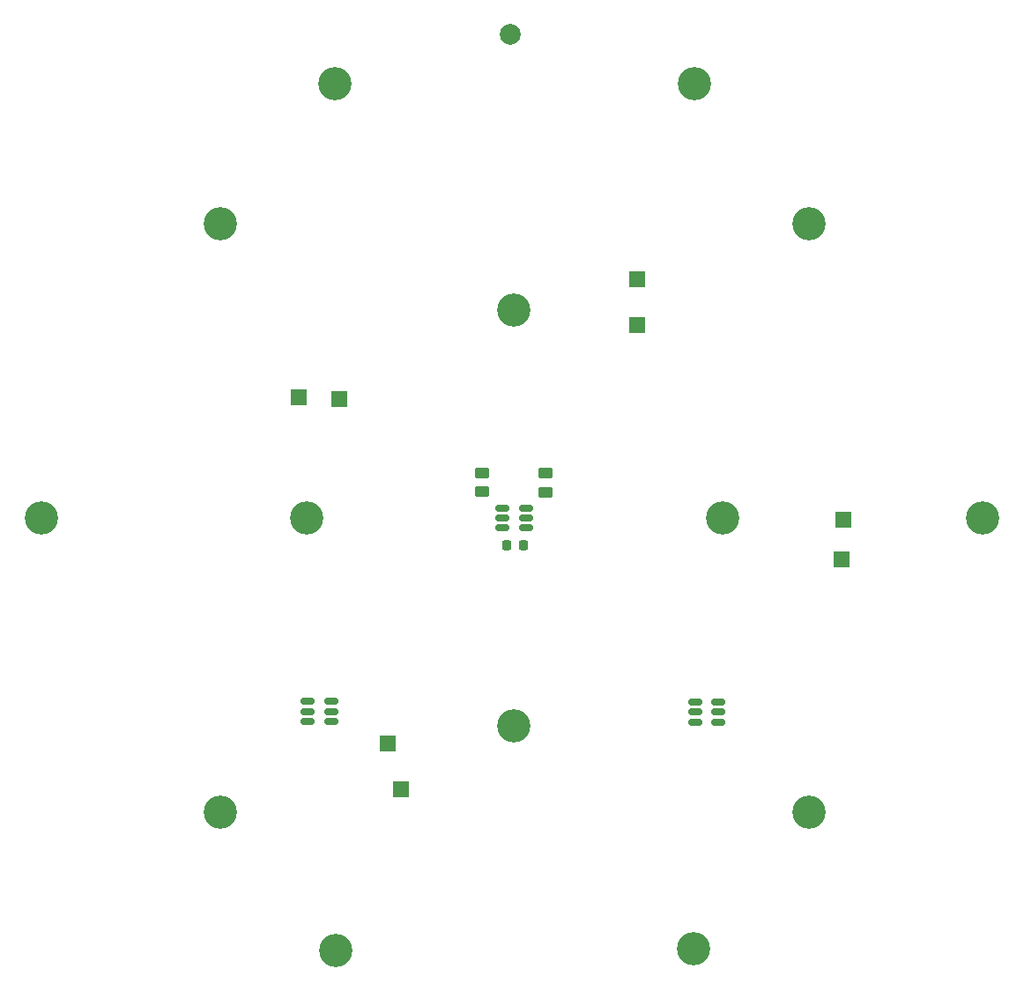
<source format=gts>
%TF.GenerationSoftware,KiCad,Pcbnew,7.0.9-7.0.9~ubuntu23.04.1*%
%TF.CreationDate,2023-11-29T14:17:22+01:00*%
%TF.ProjectId,maglev cv2,6d61676c-6576-4206-9376-322e6b696361,rev?*%
%TF.SameCoordinates,Original*%
%TF.FileFunction,Soldermask,Top*%
%TF.FilePolarity,Negative*%
%FSLAX46Y46*%
G04 Gerber Fmt 4.6, Leading zero omitted, Abs format (unit mm)*
G04 Created by KiCad (PCBNEW 7.0.9-7.0.9~ubuntu23.04.1) date 2023-11-29 14:17:22*
%MOMM*%
%LPD*%
G01*
G04 APERTURE LIST*
G04 Aperture macros list*
%AMRoundRect*
0 Rectangle with rounded corners*
0 $1 Rounding radius*
0 $2 $3 $4 $5 $6 $7 $8 $9 X,Y pos of 4 corners*
0 Add a 4 corners polygon primitive as box body*
4,1,4,$2,$3,$4,$5,$6,$7,$8,$9,$2,$3,0*
0 Add four circle primitives for the rounded corners*
1,1,$1+$1,$2,$3*
1,1,$1+$1,$4,$5*
1,1,$1+$1,$6,$7*
1,1,$1+$1,$8,$9*
0 Add four rect primitives between the rounded corners*
20,1,$1+$1,$2,$3,$4,$5,0*
20,1,$1+$1,$4,$5,$6,$7,0*
20,1,$1+$1,$6,$7,$8,$9,0*
20,1,$1+$1,$8,$9,$2,$3,0*%
G04 Aperture macros list end*
%ADD10R,1.500000X1.500000*%
%ADD11RoundRect,0.250000X-0.450000X0.262500X-0.450000X-0.262500X0.450000X-0.262500X0.450000X0.262500X0*%
%ADD12RoundRect,0.225000X-0.225000X-0.250000X0.225000X-0.250000X0.225000X0.250000X-0.225000X0.250000X0*%
%ADD13RoundRect,0.150000X-0.512500X-0.150000X0.512500X-0.150000X0.512500X0.150000X-0.512500X0.150000X0*%
%ADD14C,2.500000*%
%ADD15RoundRect,0.250000X0.450000X-0.262500X0.450000X0.262500X-0.450000X0.262500X-0.450000X-0.262500X0*%
%ADD16C,3.200000*%
%ADD17C,2.000000*%
G04 APERTURE END LIST*
D10*
X135300000Y-125340400D03*
D11*
X149250400Y-94947100D03*
X149250400Y-96772100D03*
D10*
X125500000Y-87640400D03*
D12*
X145529000Y-101854000D03*
X147079000Y-101854000D03*
D10*
X177800000Y-99440400D03*
D13*
X126370500Y-116906000D03*
X126370500Y-117856000D03*
X126370500Y-118806000D03*
X128645500Y-118806000D03*
X128645500Y-117856000D03*
X128645500Y-116906000D03*
X163576000Y-116972000D03*
X163576000Y-117922000D03*
X163576000Y-118872000D03*
X165851000Y-118872000D03*
X165851000Y-117922000D03*
X165851000Y-116972000D03*
D10*
X177700000Y-103240400D03*
D14*
X126250000Y-99250000D03*
D10*
X158000000Y-76340400D03*
X134100000Y-120940400D03*
X158000000Y-80740400D03*
D15*
X143154400Y-96721300D03*
X143154400Y-94896300D03*
D10*
X129400000Y-87840400D03*
D13*
X145063640Y-98300000D03*
X145063640Y-99250000D03*
X145063640Y-100200000D03*
X147338640Y-100200000D03*
X147338640Y-99250000D03*
X147338640Y-98300000D03*
D16*
X129077025Y-140852859D03*
X126250000Y-99250000D03*
X100750000Y-99250000D03*
X118000000Y-71000000D03*
X146208951Y-79245847D03*
X191250000Y-99250000D03*
X174500000Y-127500000D03*
X166250000Y-99250000D03*
D17*
X145850000Y-52750000D03*
D16*
X129000000Y-57500000D03*
X163412036Y-140678157D03*
X146198475Y-119261890D03*
X174500000Y-71000000D03*
X163500000Y-57500000D03*
X118000000Y-127500000D03*
M02*

</source>
